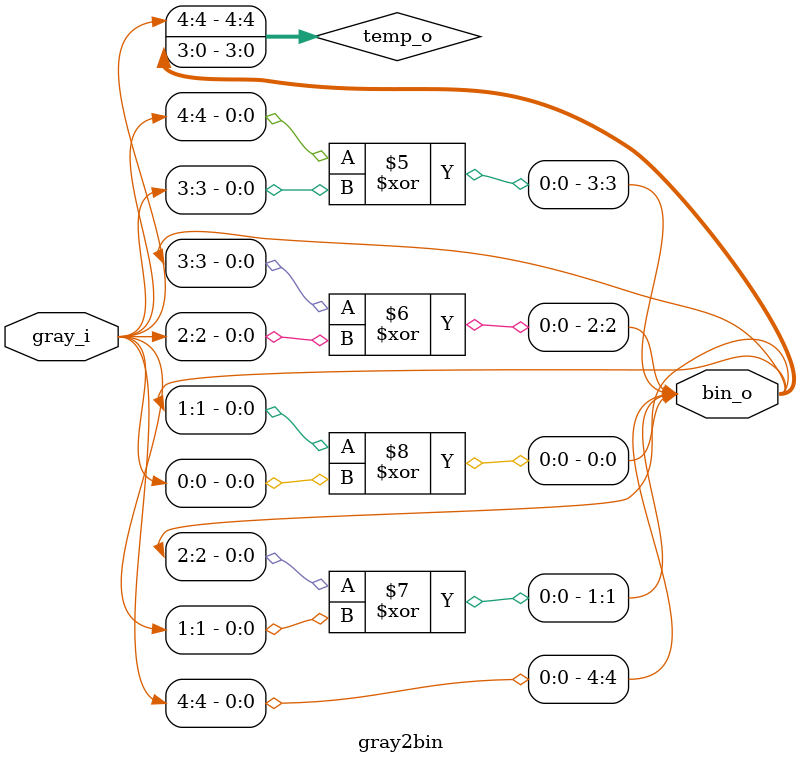
<source format=sv>
module gray2bin
  #(parameter width_p = 5)
   (input [width_p - 1 : 0] gray_i
    ,output [width_p - 1 : 0] bin_o);

  logic [width_p-1:0] temp_o;

  always_comb begin
    // MSB passed down
    temp_o[width_p-1] = gray_i[width_p-1];
    
    // Xor prev bit of temp_o and curr bit of gray_i as we go
    for (int i = width_p-2; i >= 0; i--) begin
      temp_o[i] = temp_o[i+1] ^ gray_i[i];
    end
  end

  assign bin_o = temp_o;

endmodule

</source>
